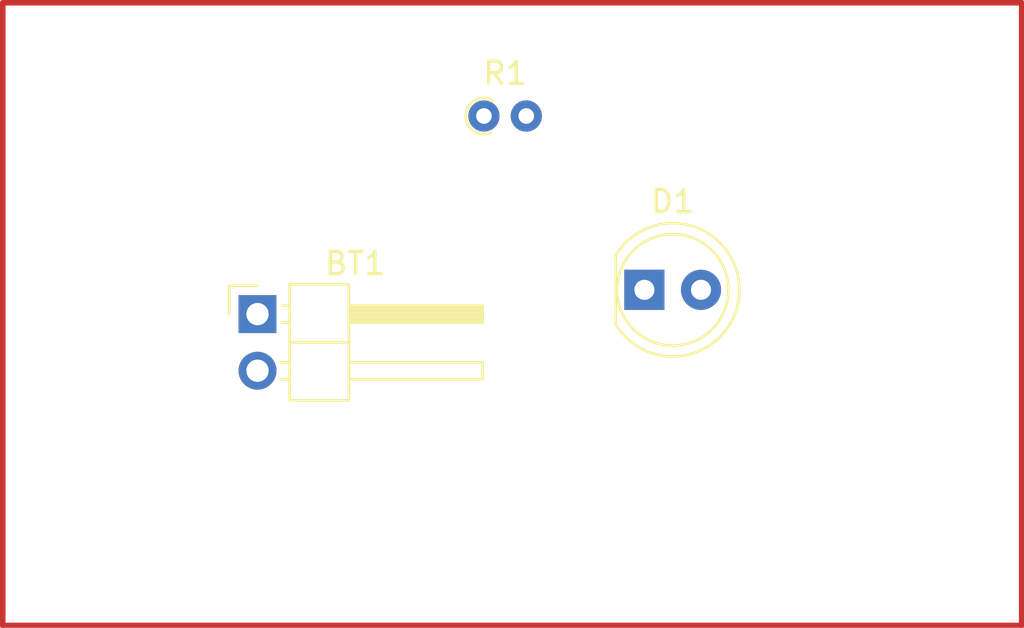
<source format=kicad_pcb>
(kicad_pcb (version 20171130) (host pcbnew 5.1.6+dfsg1-1)

  (general
    (thickness 1.6)
    (drawings 0)
    (tracks 4)
    (zones 0)
    (modules 3)
    (nets 4)
  )

  (page A4)
  (layers
    (0 F.Cu signal)
    (31 B.Cu signal)
    (32 B.Adhes user)
    (33 F.Adhes user)
    (34 B.Paste user)
    (35 F.Paste user)
    (36 B.SilkS user)
    (37 F.SilkS user)
    (38 B.Mask user)
    (39 F.Mask user)
    (40 Dwgs.User user)
    (41 Cmts.User user)
    (42 Eco1.User user)
    (43 Eco2.User user)
    (44 Edge.Cuts user)
    (45 Margin user)
    (46 B.CrtYd user)
    (47 F.CrtYd user)
    (48 B.Fab user)
    (49 F.Fab user)
  )

  (setup
    (last_trace_width 0.25)
    (trace_clearance 0.2)
    (zone_clearance 0.508)
    (zone_45_only no)
    (trace_min 0.2)
    (via_size 0.8)
    (via_drill 0.4)
    (via_min_size 0.4)
    (via_min_drill 0.3)
    (uvia_size 0.3)
    (uvia_drill 0.1)
    (uvias_allowed no)
    (uvia_min_size 0.2)
    (uvia_min_drill 0.1)
    (edge_width 0.05)
    (segment_width 0.2)
    (pcb_text_width 0.3)
    (pcb_text_size 1.5 1.5)
    (mod_edge_width 0.12)
    (mod_text_size 1 1)
    (mod_text_width 0.15)
    (pad_size 1.524 1.524)
    (pad_drill 0.762)
    (pad_to_mask_clearance 0.05)
    (aux_axis_origin 0 0)
    (visible_elements FFFFFF7F)
    (pcbplotparams
      (layerselection 0x010fc_ffffffff)
      (usegerberextensions false)
      (usegerberattributes true)
      (usegerberadvancedattributes true)
      (creategerberjobfile true)
      (excludeedgelayer true)
      (linewidth 0.100000)
      (plotframeref false)
      (viasonmask false)
      (mode 1)
      (useauxorigin false)
      (hpglpennumber 1)
      (hpglpenspeed 20)
      (hpglpendiameter 15.000000)
      (psnegative false)
      (psa4output false)
      (plotreference true)
      (plotvalue true)
      (plotinvisibletext false)
      (padsonsilk false)
      (subtractmaskfromsilk false)
      (outputformat 1)
      (mirror false)
      (drillshape 1)
      (scaleselection 1)
      (outputdirectory ""))
  )

  (net 0 "")
  (net 1 "Net-(BT1-Pad2)")
  (net 2 "Net-(BT1-Pad1)")
  (net 3 "Net-(D1-Pad2)")

  (net_class Default "This is the default net class."
    (clearance 0.2)
    (trace_width 0.25)
    (via_dia 0.8)
    (via_drill 0.4)
    (uvia_dia 0.3)
    (uvia_drill 0.1)
    (add_net "Net-(BT1-Pad1)")
    (add_net "Net-(BT1-Pad2)")
    (add_net "Net-(D1-Pad2)")
  )

  (module Resistor_THT:R_Axial_DIN0204_L3.6mm_D1.6mm_P1.90mm_Vertical (layer F.Cu) (tedit 5AE5139B) (tstamp 5FE2E022)
    (at 123.19 81.28)
    (descr "Resistor, Axial_DIN0204 series, Axial, Vertical, pin pitch=1.9mm, 0.167W, length*diameter=3.6*1.6mm^2, http://cdn-reichelt.de/documents/datenblatt/B400/1_4W%23YAG.pdf")
    (tags "Resistor Axial_DIN0204 series Axial Vertical pin pitch 1.9mm 0.167W length 3.6mm diameter 1.6mm")
    (path /5FE27D02)
    (fp_text reference R1 (at 0.95 -1.92) (layer F.SilkS)
      (effects (font (size 1 1) (thickness 0.15)))
    )
    (fp_text value 470 (at 0.95 1.92) (layer F.Fab)
      (effects (font (size 1 1) (thickness 0.15)))
    )
    (fp_text user %R (at 0.95 -1.92) (layer F.Fab)
      (effects (font (size 1 1) (thickness 0.15)))
    )
    (fp_arc (start 0 0) (end 0.417133 -0.7) (angle -233.92106) (layer F.SilkS) (width 0.12))
    (fp_circle (center 0 0) (end 0.8 0) (layer F.Fab) (width 0.1))
    (fp_line (start 0 0) (end 1.9 0) (layer F.Fab) (width 0.1))
    (fp_line (start -1.05 -1.05) (end -1.05 1.05) (layer F.CrtYd) (width 0.05))
    (fp_line (start -1.05 1.05) (end 2.86 1.05) (layer F.CrtYd) (width 0.05))
    (fp_line (start 2.86 1.05) (end 2.86 -1.05) (layer F.CrtYd) (width 0.05))
    (fp_line (start 2.86 -1.05) (end -1.05 -1.05) (layer F.CrtYd) (width 0.05))
    (pad 2 thru_hole oval (at 1.9 0) (size 1.4 1.4) (drill 0.7) (layers *.Cu *.Mask)
      (net 3 "Net-(D1-Pad2)"))
    (pad 1 thru_hole circle (at 0 0) (size 1.4 1.4) (drill 0.7) (layers *.Cu *.Mask)
      (net 2 "Net-(BT1-Pad1)"))
    (model ${KISYS3DMOD}/Resistor_THT.3dshapes/R_Axial_DIN0204_L3.6mm_D1.6mm_P1.90mm_Vertical.wrl
      (at (xyz 0 0 0))
      (scale (xyz 1 1 1))
      (rotate (xyz 0 0 0))
    )
  )

  (module LED_THT:LED_D5.0mm (layer F.Cu) (tedit 5995936A) (tstamp 5FE2E16E)
    (at 130.39 89.08)
    (descr "LED, diameter 5.0mm, 2 pins, http://cdn-reichelt.de/documents/datenblatt/A500/LL-504BC2E-009.pdf")
    (tags "LED diameter 5.0mm 2 pins")
    (path /5FE28C6D)
    (fp_text reference D1 (at 1.27 -3.96) (layer F.SilkS)
      (effects (font (size 1 1) (thickness 0.15)))
    )
    (fp_text value "2V RED" (at 1.27 3.96) (layer F.Fab)
      (effects (font (size 1 1) (thickness 0.15)))
    )
    (fp_text user %R (at 1.25 0) (layer F.Fab)
      (effects (font (size 0.8 0.8) (thickness 0.2)))
    )
    (fp_arc (start 1.27 0) (end -1.29 1.54483) (angle -148.9) (layer F.SilkS) (width 0.12))
    (fp_arc (start 1.27 0) (end -1.29 -1.54483) (angle 148.9) (layer F.SilkS) (width 0.12))
    (fp_arc (start 1.27 0) (end -1.23 -1.469694) (angle 299.1) (layer F.Fab) (width 0.1))
    (fp_circle (center 1.27 0) (end 3.77 0) (layer F.Fab) (width 0.1))
    (fp_circle (center 1.27 0) (end 3.77 0) (layer F.SilkS) (width 0.12))
    (fp_line (start -1.23 -1.469694) (end -1.23 1.469694) (layer F.Fab) (width 0.1))
    (fp_line (start -1.29 -1.545) (end -1.29 1.545) (layer F.SilkS) (width 0.12))
    (fp_line (start -1.95 -3.25) (end -1.95 3.25) (layer F.CrtYd) (width 0.05))
    (fp_line (start -1.95 3.25) (end 4.5 3.25) (layer F.CrtYd) (width 0.05))
    (fp_line (start 4.5 3.25) (end 4.5 -3.25) (layer F.CrtYd) (width 0.05))
    (fp_line (start 4.5 -3.25) (end -1.95 -3.25) (layer F.CrtYd) (width 0.05))
    (pad 2 thru_hole circle (at 2.54 0) (size 1.8 1.8) (drill 0.9) (layers *.Cu *.Mask)
      (net 3 "Net-(D1-Pad2)"))
    (pad 1 thru_hole rect (at 0 0) (size 1.8 1.8) (drill 0.9) (layers *.Cu *.Mask)
      (net 1 "Net-(BT1-Pad2)"))
    (model ${KISYS3DMOD}/LED_THT.3dshapes/LED_D5.0mm.wrl
      (at (xyz 0 0 0))
      (scale (xyz 1 1 1))
      (rotate (xyz 0 0 0))
    )
  )

  (module Connector_PinHeader_2.54mm:PinHeader_1x02_P2.54mm_Horizontal (layer F.Cu) (tedit 59FED5CB) (tstamp 5FE2E002)
    (at 113.03 90.17)
    (descr "Through hole angled pin header, 1x02, 2.54mm pitch, 6mm pin length, single row")
    (tags "Through hole angled pin header THT 1x02 2.54mm single row")
    (path /5FE295F6)
    (fp_text reference BT1 (at 4.385 -2.27) (layer F.SilkS)
      (effects (font (size 1 1) (thickness 0.15)))
    )
    (fp_text value 9V (at 4.385 4.81) (layer F.Fab)
      (effects (font (size 1 1) (thickness 0.15)))
    )
    (fp_line (start 10.55 -1.8) (end -1.8 -1.8) (layer F.CrtYd) (width 0.05))
    (fp_line (start 10.55 4.35) (end 10.55 -1.8) (layer F.CrtYd) (width 0.05))
    (fp_line (start -1.8 4.35) (end 10.55 4.35) (layer F.CrtYd) (width 0.05))
    (fp_line (start -1.8 -1.8) (end -1.8 4.35) (layer F.CrtYd) (width 0.05))
    (fp_line (start -1.27 -1.27) (end 0 -1.27) (layer F.SilkS) (width 0.12))
    (fp_line (start -1.27 0) (end -1.27 -1.27) (layer F.SilkS) (width 0.12))
    (fp_line (start 1.042929 2.92) (end 1.44 2.92) (layer F.SilkS) (width 0.12))
    (fp_line (start 1.042929 2.16) (end 1.44 2.16) (layer F.SilkS) (width 0.12))
    (fp_line (start 10.1 2.92) (end 4.1 2.92) (layer F.SilkS) (width 0.12))
    (fp_line (start 10.1 2.16) (end 10.1 2.92) (layer F.SilkS) (width 0.12))
    (fp_line (start 4.1 2.16) (end 10.1 2.16) (layer F.SilkS) (width 0.12))
    (fp_line (start 1.44 1.27) (end 4.1 1.27) (layer F.SilkS) (width 0.12))
    (fp_line (start 1.11 0.38) (end 1.44 0.38) (layer F.SilkS) (width 0.12))
    (fp_line (start 1.11 -0.38) (end 1.44 -0.38) (layer F.SilkS) (width 0.12))
    (fp_line (start 4.1 0.28) (end 10.1 0.28) (layer F.SilkS) (width 0.12))
    (fp_line (start 4.1 0.16) (end 10.1 0.16) (layer F.SilkS) (width 0.12))
    (fp_line (start 4.1 0.04) (end 10.1 0.04) (layer F.SilkS) (width 0.12))
    (fp_line (start 4.1 -0.08) (end 10.1 -0.08) (layer F.SilkS) (width 0.12))
    (fp_line (start 4.1 -0.2) (end 10.1 -0.2) (layer F.SilkS) (width 0.12))
    (fp_line (start 4.1 -0.32) (end 10.1 -0.32) (layer F.SilkS) (width 0.12))
    (fp_line (start 10.1 0.38) (end 4.1 0.38) (layer F.SilkS) (width 0.12))
    (fp_line (start 10.1 -0.38) (end 10.1 0.38) (layer F.SilkS) (width 0.12))
    (fp_line (start 4.1 -0.38) (end 10.1 -0.38) (layer F.SilkS) (width 0.12))
    (fp_line (start 4.1 -1.33) (end 1.44 -1.33) (layer F.SilkS) (width 0.12))
    (fp_line (start 4.1 3.87) (end 4.1 -1.33) (layer F.SilkS) (width 0.12))
    (fp_line (start 1.44 3.87) (end 4.1 3.87) (layer F.SilkS) (width 0.12))
    (fp_line (start 1.44 -1.33) (end 1.44 3.87) (layer F.SilkS) (width 0.12))
    (fp_line (start 4.04 2.86) (end 10.04 2.86) (layer F.Fab) (width 0.1))
    (fp_line (start 10.04 2.22) (end 10.04 2.86) (layer F.Fab) (width 0.1))
    (fp_line (start 4.04 2.22) (end 10.04 2.22) (layer F.Fab) (width 0.1))
    (fp_line (start -0.32 2.86) (end 1.5 2.86) (layer F.Fab) (width 0.1))
    (fp_line (start -0.32 2.22) (end -0.32 2.86) (layer F.Fab) (width 0.1))
    (fp_line (start -0.32 2.22) (end 1.5 2.22) (layer F.Fab) (width 0.1))
    (fp_line (start 4.04 0.32) (end 10.04 0.32) (layer F.Fab) (width 0.1))
    (fp_line (start 10.04 -0.32) (end 10.04 0.32) (layer F.Fab) (width 0.1))
    (fp_line (start 4.04 -0.32) (end 10.04 -0.32) (layer F.Fab) (width 0.1))
    (fp_line (start -0.32 0.32) (end 1.5 0.32) (layer F.Fab) (width 0.1))
    (fp_line (start -0.32 -0.32) (end -0.32 0.32) (layer F.Fab) (width 0.1))
    (fp_line (start -0.32 -0.32) (end 1.5 -0.32) (layer F.Fab) (width 0.1))
    (fp_line (start 1.5 -0.635) (end 2.135 -1.27) (layer F.Fab) (width 0.1))
    (fp_line (start 1.5 3.81) (end 1.5 -0.635) (layer F.Fab) (width 0.1))
    (fp_line (start 4.04 3.81) (end 1.5 3.81) (layer F.Fab) (width 0.1))
    (fp_line (start 4.04 -1.27) (end 4.04 3.81) (layer F.Fab) (width 0.1))
    (fp_line (start 2.135 -1.27) (end 4.04 -1.27) (layer F.Fab) (width 0.1))
    (fp_text user %R (at 2.77 1.27 90) (layer F.Fab)
      (effects (font (size 1 1) (thickness 0.15)))
    )
    (pad 1 thru_hole rect (at 0 0) (size 1.7 1.7) (drill 1) (layers *.Cu *.Mask)
      (net 2 "Net-(BT1-Pad1)"))
    (pad 2 thru_hole oval (at 0 2.54) (size 1.7 1.7) (drill 1) (layers *.Cu *.Mask)
      (net 1 "Net-(BT1-Pad2)"))
    (model ${KISYS3DMOD}/Connector_PinHeader_2.54mm.3dshapes/PinHeader_1x02_P2.54mm_Horizontal.wrl
      (at (xyz 0 0 0))
      (scale (xyz 1 1 1))
      (rotate (xyz 0 0 0))
    )
  )

  (segment (start 101.6 76.2) (end 147.32 76.2) (width 0.25) (layer F.Cu) (net 0))
  (segment (start 147.32 76.2) (end 147.32 104.14) (width 0.25) (layer F.Cu) (net 0))
  (segment (start 147.32 104.14) (end 101.6 104.14) (width 0.25) (layer F.Cu) (net 0))
  (segment (start 101.6 104.14) (end 101.6 76.2) (width 0.25) (layer F.Cu) (net 0))

)

</source>
